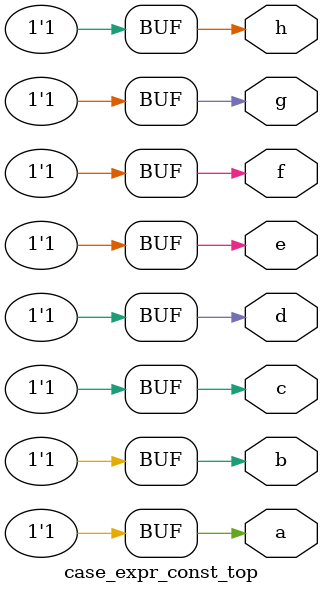
<source format=v>
module case_expr_const_top(
	// expected to output all 1s
    output reg a, b, c, d, e, f, g, h
);
    initial begin
        case (2'b0)
            1'b0:    a = 1;
            default: a = 0;
        endcase
        case (2'sb11)
            2'sb01:  b = 0;
            1'sb1:   b = 1;
        endcase
        case (2'sb11)
            1'sb0:   c = 0;
            1'sb1:   c = 1;
        endcase
        case (2'sb11)
            1'b0:    d = 0;
            1'sb1:   d = 0;
            default: d = 1;
        endcase
        case (2'b11)
            1'sb0:   e = 0;
            1'sb1:   e = 0;
            default: e = 1;
        endcase
        case (1'sb1)
            1'sb0:   f = 0;
            2'sb11:  f = 1;
            default: f = 0;
        endcase
        case (1'sb1)
            1'sb0:   g = 0;
            3'b0:    g = 0;
            2'sb11:  g = 0;
            default: g = 1;
        endcase
        case (1'sb1)
            1'sb0:   h = 0;
            1'b1:    h = 1;
            3'b0:    h = 0;
            2'sb11:  h = 0;
            default: h = 0;
        endcase
    end
endmodule

</source>
